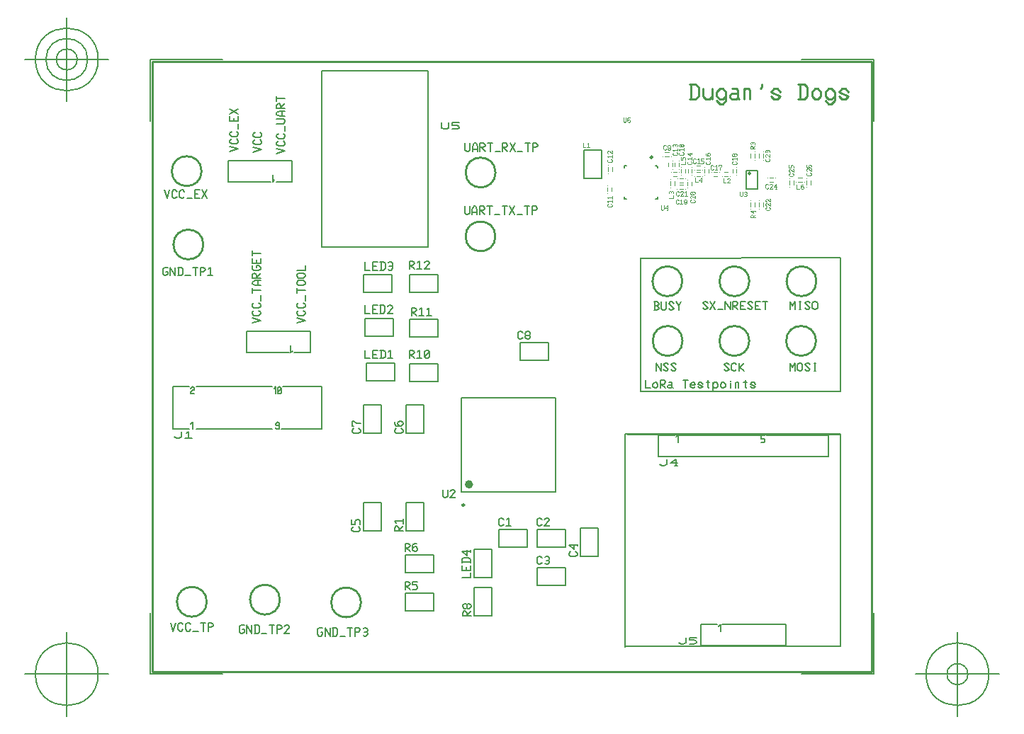
<source format=gbr>
G04 Generated by Ultiboard 14.0 *
%FSLAX24Y24*%
%MOIN*%

%ADD10C,0.0001*%
%ADD11C,0.0061*%
%ADD12C,0.0100*%
%ADD13C,0.0050*%
%ADD14C,0.0080*%
%ADD15C,0.0079*%
%ADD16C,0.0197*%
%ADD17C,0.0098*%
%ADD18C,0.0001*%
%ADD19C,0.0010*%
%ADD20C,0.0111*%
%ADD21C,0.0033*%


G04 ColorRGB FFFF00 for the following layer *
%LNSilkscreen Top*%
%LPD*%
G54D10*
G54D11*
X29688Y28823D02*
X30082Y28940D01*
X29688Y29058D01*
X30003Y29411D02*
X30082Y29332D01*
X30082Y29254D01*
X30003Y29175D01*
X29767Y29175D01*
X29688Y29254D01*
X29688Y29332D01*
X29767Y29411D01*
X30003Y29763D02*
X30082Y29685D01*
X30082Y29607D01*
X30003Y29528D01*
X29767Y29528D01*
X29688Y29607D01*
X29688Y29685D01*
X29767Y29763D01*
X30082Y29881D02*
X30082Y30116D01*
X30082Y30469D02*
X30082Y30234D01*
X29885Y30234D01*
X29688Y30234D01*
X29688Y30469D01*
X29885Y30234D02*
X29885Y30390D01*
X29688Y30586D02*
X30082Y30822D01*
X30082Y30586D02*
X29688Y30822D01*
X30788Y28781D02*
X31182Y28899D01*
X30788Y29016D01*
X31103Y29369D02*
X31182Y29290D01*
X31182Y29212D01*
X31103Y29134D01*
X30867Y29134D01*
X30788Y29212D01*
X30788Y29290D01*
X30867Y29369D01*
X31103Y29722D02*
X31182Y29643D01*
X31182Y29565D01*
X31103Y29486D01*
X30867Y29486D01*
X30788Y29565D01*
X30788Y29643D01*
X30867Y29722D01*
X31888Y28717D02*
X32282Y28835D01*
X31888Y28952D01*
X32203Y29305D02*
X32282Y29227D01*
X32282Y29148D01*
X32203Y29070D01*
X31967Y29070D01*
X31888Y29148D01*
X31888Y29227D01*
X31967Y29305D01*
X32203Y29658D02*
X32282Y29579D01*
X32282Y29501D01*
X32203Y29423D01*
X31967Y29423D01*
X31888Y29501D01*
X31888Y29579D01*
X31967Y29658D01*
X32282Y29775D02*
X32282Y30011D01*
X31888Y30128D02*
X32203Y30128D01*
X32282Y30207D01*
X32282Y30285D01*
X32203Y30363D01*
X31888Y30363D01*
X32282Y30481D02*
X32046Y30481D01*
X31888Y30559D01*
X31888Y30638D01*
X32046Y30716D01*
X32282Y30716D01*
X32164Y30481D02*
X32164Y30716D01*
X32282Y30834D02*
X31888Y30834D01*
X31888Y30990D01*
X31967Y31069D01*
X32006Y31069D01*
X32085Y30990D01*
X32085Y30834D01*
X32085Y30873D02*
X32282Y31069D01*
X32282Y31304D02*
X31888Y31304D01*
X31888Y31186D02*
X31888Y31422D01*
X26696Y23164D02*
X26774Y23164D01*
X26774Y23046D01*
X26696Y22967D01*
X26618Y22967D01*
X26539Y23046D01*
X26539Y23282D01*
X26618Y23361D01*
X26774Y23361D01*
X26892Y22967D02*
X26892Y23361D01*
X27127Y22967D01*
X27127Y23361D01*
X27245Y22967D02*
X27401Y22967D01*
X27480Y23046D01*
X27480Y23282D01*
X27401Y23361D01*
X27245Y23361D01*
X27284Y23361D02*
X27284Y22967D01*
X27597Y22967D02*
X27833Y22967D01*
X28068Y22967D02*
X28068Y23361D01*
X27950Y23361D02*
X28185Y23361D01*
X28303Y22967D02*
X28303Y23361D01*
X28460Y23361D01*
X28538Y23282D01*
X28538Y23243D01*
X28460Y23164D01*
X28303Y23164D01*
X28695Y23282D02*
X28773Y23361D01*
X28773Y22967D01*
X28656Y22967D02*
X28891Y22967D01*
X30739Y20739D02*
X31133Y20857D01*
X30739Y20974D01*
X31054Y21327D02*
X31133Y21249D01*
X31133Y21170D01*
X31054Y21092D01*
X30818Y21092D01*
X30739Y21170D01*
X30739Y21249D01*
X30818Y21327D01*
X31054Y21680D02*
X31133Y21601D01*
X31133Y21523D01*
X31054Y21445D01*
X30818Y21445D01*
X30739Y21523D01*
X30739Y21601D01*
X30818Y21680D01*
X31133Y21797D02*
X31133Y22033D01*
X31133Y22268D02*
X30739Y22268D01*
X30739Y22150D02*
X30739Y22385D01*
X31133Y22503D02*
X30897Y22503D01*
X30739Y22581D01*
X30739Y22660D01*
X30897Y22738D01*
X31133Y22738D01*
X31015Y22503D02*
X31015Y22738D01*
X31133Y22856D02*
X30739Y22856D01*
X30739Y23013D01*
X30818Y23091D01*
X30857Y23091D01*
X30936Y23013D01*
X30936Y22856D01*
X30936Y22895D02*
X31133Y23091D01*
X30936Y23365D02*
X30936Y23444D01*
X31054Y23444D01*
X31133Y23365D01*
X31133Y23287D01*
X31054Y23208D01*
X30818Y23208D01*
X30739Y23287D01*
X30739Y23444D01*
X31133Y23796D02*
X31133Y23561D01*
X30936Y23561D01*
X30739Y23561D01*
X30739Y23796D01*
X30936Y23561D02*
X30936Y23718D01*
X31133Y24032D02*
X30739Y24032D01*
X30739Y23914D02*
X30739Y24149D01*
X32839Y20739D02*
X33233Y20857D01*
X32839Y20974D01*
X33154Y21327D02*
X33233Y21249D01*
X33233Y21170D01*
X33154Y21092D01*
X32918Y21092D01*
X32839Y21170D01*
X32839Y21249D01*
X32918Y21327D01*
X33154Y21680D02*
X33233Y21601D01*
X33233Y21523D01*
X33154Y21445D01*
X32918Y21445D01*
X32839Y21523D01*
X32839Y21601D01*
X32918Y21680D01*
X33233Y21797D02*
X33233Y22033D01*
X33233Y22268D02*
X32839Y22268D01*
X32839Y22150D02*
X32839Y22385D01*
X33154Y22503D02*
X33233Y22581D01*
X33233Y22660D01*
X33154Y22738D01*
X32918Y22738D01*
X32839Y22660D01*
X32839Y22581D01*
X32918Y22503D01*
X33154Y22503D01*
X33154Y22856D02*
X33233Y22934D01*
X33233Y23013D01*
X33154Y23091D01*
X32918Y23091D01*
X32839Y23013D01*
X32839Y22934D01*
X32918Y22856D01*
X33154Y22856D01*
X32839Y23208D02*
X33233Y23208D01*
X33233Y23444D01*
X26905Y6616D02*
X27023Y6222D01*
X27140Y6616D01*
X27493Y6301D02*
X27415Y6222D01*
X27336Y6222D01*
X27258Y6301D01*
X27258Y6537D01*
X27336Y6616D01*
X27415Y6616D01*
X27493Y6537D01*
X27846Y6301D02*
X27768Y6222D01*
X27689Y6222D01*
X27611Y6301D01*
X27611Y6537D01*
X27689Y6616D01*
X27768Y6616D01*
X27846Y6537D01*
X27964Y6222D02*
X28199Y6222D01*
X28434Y6222D02*
X28434Y6616D01*
X28316Y6616D02*
X28551Y6616D01*
X28669Y6222D02*
X28669Y6616D01*
X28826Y6616D01*
X28904Y6537D01*
X28904Y6497D01*
X28826Y6419D01*
X28669Y6419D01*
X30294Y6316D02*
X30373Y6316D01*
X30373Y6198D01*
X30294Y6119D01*
X30216Y6119D01*
X30138Y6198D01*
X30138Y6434D01*
X30216Y6513D01*
X30373Y6513D01*
X30490Y6119D02*
X30490Y6513D01*
X30725Y6119D01*
X30725Y6513D01*
X30843Y6119D02*
X31000Y6119D01*
X31078Y6198D01*
X31078Y6434D01*
X31000Y6513D01*
X30843Y6513D01*
X30882Y6513D02*
X30882Y6119D01*
X31196Y6119D02*
X31431Y6119D01*
X31666Y6119D02*
X31666Y6513D01*
X31549Y6513D02*
X31784Y6513D01*
X31901Y6119D02*
X31901Y6513D01*
X32058Y6513D01*
X32136Y6434D01*
X32136Y6395D01*
X32058Y6316D01*
X31901Y6316D01*
X32254Y6434D02*
X32332Y6513D01*
X32411Y6513D01*
X32489Y6434D01*
X32489Y6395D01*
X32254Y6119D01*
X32489Y6119D01*
X32489Y6159D01*
X33974Y6195D02*
X34052Y6195D01*
X34052Y6076D01*
X33974Y5998D01*
X33895Y5998D01*
X33817Y6076D01*
X33817Y6313D01*
X33895Y6391D01*
X34052Y6391D01*
X34170Y5998D02*
X34170Y6391D01*
X34405Y5998D01*
X34405Y6391D01*
X34523Y5998D02*
X34679Y5998D01*
X34758Y6076D01*
X34758Y6313D01*
X34679Y6391D01*
X34523Y6391D01*
X34562Y6391D02*
X34562Y5998D01*
X34875Y5998D02*
X35110Y5998D01*
X35346Y5998D02*
X35346Y6391D01*
X35228Y6391D02*
X35463Y6391D01*
X35581Y5998D02*
X35581Y6391D01*
X35738Y6391D01*
X35816Y6313D01*
X35816Y6273D01*
X35738Y6195D01*
X35581Y6195D01*
X35973Y6352D02*
X36012Y6391D01*
X36090Y6391D01*
X36169Y6313D01*
X36169Y6234D01*
X36130Y6195D01*
X36169Y6155D01*
X36169Y6076D01*
X36090Y5998D01*
X36012Y5998D01*
X35973Y6037D01*
X36012Y6195D02*
X36130Y6195D01*
X49239Y18061D02*
X49239Y17667D01*
X49474Y17667D01*
X49592Y17746D02*
X49670Y17667D01*
X49749Y17667D01*
X49827Y17746D01*
X49827Y17864D01*
X49749Y17943D01*
X49670Y17943D01*
X49592Y17864D01*
X49592Y17746D01*
X49945Y17667D02*
X49945Y18061D01*
X50101Y18061D01*
X50180Y17982D01*
X50180Y17943D01*
X50101Y17864D01*
X49945Y17864D01*
X49984Y17864D02*
X50180Y17667D01*
X50337Y17943D02*
X50454Y17943D01*
X50493Y17903D01*
X50493Y17706D01*
X50454Y17667D01*
X50337Y17667D01*
X50297Y17706D01*
X50297Y17785D01*
X50337Y17824D01*
X50493Y17824D01*
X50493Y17706D02*
X50533Y17667D01*
X51121Y17667D02*
X51121Y18061D01*
X51003Y18061D02*
X51238Y18061D01*
X51591Y17746D02*
X51513Y17667D01*
X51434Y17667D01*
X51356Y17746D01*
X51356Y17864D01*
X51434Y17943D01*
X51513Y17943D01*
X51591Y17864D01*
X51552Y17824D01*
X51356Y17824D01*
X51708Y17746D02*
X51787Y17667D01*
X51865Y17667D01*
X51944Y17746D01*
X51708Y17864D01*
X51787Y17943D01*
X51865Y17943D01*
X51944Y17864D01*
X52257Y17706D02*
X52218Y17667D01*
X52179Y17706D01*
X52179Y18061D01*
X52100Y17943D02*
X52257Y17943D01*
X52414Y17746D02*
X52492Y17667D01*
X52571Y17667D01*
X52649Y17746D01*
X52649Y17864D01*
X52571Y17943D01*
X52492Y17943D01*
X52414Y17864D01*
X52414Y17549D02*
X52414Y17943D01*
X52767Y17746D02*
X52845Y17667D01*
X52924Y17667D01*
X53002Y17746D01*
X53002Y17864D01*
X52924Y17943D01*
X52845Y17943D01*
X52767Y17864D01*
X52767Y17746D01*
X53237Y17667D02*
X53237Y17903D01*
X53237Y17982D02*
X53237Y18021D01*
X53472Y17667D02*
X53472Y17903D01*
X53472Y17943D01*
X53472Y17903D02*
X53511Y17943D01*
X53590Y17943D01*
X53629Y17903D01*
X53629Y17667D01*
X54021Y17706D02*
X53982Y17667D01*
X53943Y17706D01*
X53943Y18061D01*
X53864Y17943D02*
X54021Y17943D01*
X54178Y17746D02*
X54256Y17667D01*
X54335Y17667D01*
X54413Y17746D01*
X54178Y17864D01*
X54256Y17943D01*
X54335Y17943D01*
X54413Y17864D01*
X49739Y18467D02*
X49739Y18861D01*
X49974Y18467D01*
X49974Y18861D01*
X50092Y18546D02*
X50170Y18467D01*
X50249Y18467D01*
X50327Y18546D01*
X50092Y18782D01*
X50170Y18861D01*
X50249Y18861D01*
X50327Y18782D01*
X50445Y18546D02*
X50523Y18467D01*
X50601Y18467D01*
X50680Y18546D01*
X50445Y18782D01*
X50523Y18861D01*
X50601Y18861D01*
X50680Y18782D01*
X52939Y18546D02*
X53018Y18467D01*
X53096Y18467D01*
X53174Y18546D01*
X52939Y18782D01*
X53018Y18861D01*
X53096Y18861D01*
X53174Y18782D01*
X53527Y18546D02*
X53449Y18467D01*
X53370Y18467D01*
X53292Y18546D01*
X53292Y18782D01*
X53370Y18861D01*
X53449Y18861D01*
X53527Y18782D01*
X53645Y18467D02*
X53645Y18861D01*
X53645Y18664D02*
X53684Y18664D01*
X53880Y18861D01*
X53684Y18664D02*
X53880Y18467D01*
X49634Y21343D02*
X49790Y21343D01*
X49869Y21421D01*
X49869Y21461D01*
X49790Y21539D01*
X49869Y21618D01*
X49869Y21657D01*
X49790Y21736D01*
X49673Y21736D01*
X49634Y21736D01*
X49673Y21539D02*
X49790Y21539D01*
X49673Y21736D02*
X49673Y21343D01*
X49986Y21736D02*
X49986Y21421D01*
X50065Y21343D01*
X50143Y21343D01*
X50222Y21421D01*
X50222Y21736D01*
X50339Y21421D02*
X50418Y21343D01*
X50496Y21343D01*
X50574Y21421D01*
X50339Y21657D01*
X50418Y21736D01*
X50496Y21736D01*
X50574Y21657D01*
X50692Y21736D02*
X50810Y21539D01*
X50927Y21736D01*
X50810Y21539D02*
X50810Y21343D01*
X51939Y21446D02*
X52018Y21367D01*
X52096Y21367D01*
X52174Y21446D01*
X51939Y21682D01*
X52018Y21761D01*
X52096Y21761D01*
X52174Y21682D01*
X52292Y21761D02*
X52527Y21367D01*
X52292Y21367D02*
X52527Y21761D01*
X52645Y21367D02*
X52880Y21367D01*
X52997Y21367D02*
X52997Y21761D01*
X53233Y21367D01*
X53233Y21761D01*
X53350Y21367D02*
X53350Y21761D01*
X53507Y21761D01*
X53585Y21682D01*
X53585Y21643D01*
X53507Y21564D01*
X53350Y21564D01*
X53389Y21564D02*
X53585Y21367D01*
X53938Y21367D02*
X53703Y21367D01*
X53703Y21564D01*
X53703Y21761D01*
X53938Y21761D01*
X53703Y21564D02*
X53860Y21564D01*
X54056Y21446D02*
X54134Y21367D01*
X54213Y21367D01*
X54291Y21446D01*
X54056Y21682D01*
X54134Y21761D01*
X54213Y21761D01*
X54291Y21682D01*
X54644Y21367D02*
X54408Y21367D01*
X54408Y21564D01*
X54408Y21761D01*
X54644Y21761D01*
X54408Y21564D02*
X54565Y21564D01*
X54879Y21367D02*
X54879Y21761D01*
X54761Y21761D02*
X54996Y21761D01*
X56039Y18467D02*
X56039Y18861D01*
X56157Y18664D01*
X56274Y18861D01*
X56274Y18467D01*
X56392Y18546D02*
X56470Y18467D01*
X56549Y18467D01*
X56627Y18546D01*
X56627Y18782D01*
X56549Y18861D01*
X56470Y18861D01*
X56392Y18782D01*
X56392Y18546D01*
X56745Y18546D02*
X56823Y18467D01*
X56901Y18467D01*
X56980Y18546D01*
X56745Y18782D01*
X56823Y18861D01*
X56901Y18861D01*
X56980Y18782D01*
X57176Y18467D02*
X57254Y18467D01*
X57176Y18861D02*
X57254Y18861D01*
X57215Y18467D02*
X57215Y18861D01*
X56039Y21367D02*
X56039Y21761D01*
X56157Y21564D01*
X56274Y21761D01*
X56274Y21367D01*
X56470Y21367D02*
X56549Y21367D01*
X56470Y21761D02*
X56549Y21761D01*
X56510Y21367D02*
X56510Y21761D01*
X56745Y21446D02*
X56823Y21367D01*
X56901Y21367D01*
X56980Y21446D01*
X56745Y21682D01*
X56823Y21761D01*
X56901Y21761D01*
X56980Y21682D01*
X57097Y21446D02*
X57176Y21367D01*
X57254Y21367D01*
X57333Y21446D01*
X57333Y21682D01*
X57254Y21761D01*
X57176Y21761D01*
X57097Y21682D01*
X57097Y21446D01*
X39707Y12893D02*
X39707Y12578D01*
X39785Y12500D01*
X39863Y12500D01*
X39942Y12578D01*
X39942Y12893D01*
X40059Y12815D02*
X40138Y12893D01*
X40216Y12893D01*
X40294Y12815D01*
X40294Y12775D01*
X40059Y12500D01*
X40294Y12500D01*
X40294Y12539D01*
X40739Y26241D02*
X40739Y25926D01*
X40818Y25847D01*
X40896Y25847D01*
X40974Y25926D01*
X40974Y26241D01*
X41092Y25847D02*
X41092Y26083D01*
X41170Y26241D01*
X41249Y26241D01*
X41327Y26083D01*
X41327Y25847D01*
X41092Y25965D02*
X41327Y25965D01*
X41445Y25847D02*
X41445Y26241D01*
X41601Y26241D01*
X41680Y26162D01*
X41680Y26123D01*
X41601Y26044D01*
X41445Y26044D01*
X41484Y26044D02*
X41680Y25847D01*
X41915Y25847D02*
X41915Y26241D01*
X41797Y26241D02*
X42033Y26241D01*
X42150Y25847D02*
X42385Y25847D01*
X42621Y25847D02*
X42621Y26241D01*
X42503Y26241D02*
X42738Y26241D01*
X42856Y26241D02*
X43091Y25847D01*
X42856Y25847D02*
X43091Y26241D01*
X43208Y25847D02*
X43444Y25847D01*
X43679Y25847D02*
X43679Y26241D01*
X43561Y26241D02*
X43796Y26241D01*
X43914Y25847D02*
X43914Y26241D01*
X44071Y26241D01*
X44149Y26162D01*
X44149Y26123D01*
X44071Y26044D01*
X43914Y26044D01*
X26622Y27002D02*
X26740Y26608D01*
X26857Y27002D01*
X27210Y26687D02*
X27131Y26608D01*
X27053Y26608D01*
X26975Y26687D01*
X26975Y26923D01*
X27053Y27002D01*
X27131Y27002D01*
X27210Y26923D01*
X27563Y26687D02*
X27484Y26608D01*
X27406Y26608D01*
X27327Y26687D01*
X27327Y26923D01*
X27406Y27002D01*
X27484Y27002D01*
X27563Y26923D01*
X27680Y26608D02*
X27915Y26608D01*
X28268Y26608D02*
X28033Y26608D01*
X28033Y26805D01*
X28033Y27002D01*
X28268Y27002D01*
X28033Y26805D02*
X28190Y26805D01*
X28386Y27002D02*
X28621Y26608D01*
X28386Y26608D02*
X28621Y27002D01*
X40759Y29201D02*
X40759Y28886D01*
X40838Y28807D01*
X40916Y28807D01*
X40994Y28886D01*
X40994Y29201D01*
X41112Y28807D02*
X41112Y29043D01*
X41190Y29201D01*
X41269Y29201D01*
X41347Y29043D01*
X41347Y28807D01*
X41112Y28925D02*
X41347Y28925D01*
X41465Y28807D02*
X41465Y29201D01*
X41621Y29201D01*
X41700Y29122D01*
X41700Y29083D01*
X41621Y29004D01*
X41465Y29004D01*
X41504Y29004D02*
X41700Y28807D01*
X41935Y28807D02*
X41935Y29201D01*
X41817Y29201D02*
X42053Y29201D01*
X42170Y28807D02*
X42405Y28807D01*
X42523Y28807D02*
X42523Y29201D01*
X42680Y29201D01*
X42758Y29122D01*
X42758Y29083D01*
X42680Y29004D01*
X42523Y29004D01*
X42562Y29004D02*
X42758Y28807D01*
X42876Y29201D02*
X43111Y28807D01*
X42876Y28807D02*
X43111Y29201D01*
X43228Y28807D02*
X43464Y28807D01*
X43699Y28807D02*
X43699Y29201D01*
X43581Y29201D02*
X43816Y29201D01*
X43934Y28807D02*
X43934Y29201D01*
X44091Y29201D01*
X44169Y29122D01*
X44169Y29083D01*
X44091Y29004D01*
X43934Y29004D01*
G54D12*
X27041Y24435D02*
G75*
D01*
G02X27041Y24435I701J0*
G01*
X27204Y7609D02*
G75*
D01*
G02X27204Y7609I701J0*
G01*
X30642Y7709D02*
G75*
D01*
G02X30642Y7709I701J0*
G01*
X34460Y7579D02*
G75*
D01*
G02X34460Y7579I700J0*
G01*
X52723Y19895D02*
G75*
D01*
G02X52723Y19895I701J0*
G01*
X55862Y19895D02*
G75*
D01*
G02X55862Y19895I701J0*
G01*
X49584Y19895D02*
G75*
D01*
G02X49584Y19895I701J0*
G01*
X49572Y22704D02*
G75*
D01*
G02X49572Y22704I701J0*
G01*
X55880Y22704D02*
G75*
D01*
G02X55880Y22704I701J0*
G01*
X40783Y24818D02*
G75*
D01*
G02X40783Y24818I700J0*
G01*
X26962Y27891D02*
G75*
D01*
G02X26962Y27891I700J0*
G01*
X40785Y27825D02*
G75*
D01*
G02X40785Y27825I701J0*
G01*
X52726Y22704D02*
G75*
D01*
G02X52726Y22704I701J0*
G01*
X26060Y4300D02*
X59880Y4300D01*
X59880Y33050D01*
X26060Y33050D01*
X26060Y4300D01*
G54D13*
X49000Y23000D02*
X49000Y17500D01*
X49000Y23800D02*
X49000Y22900D01*
X58350Y15475D02*
X58400Y15525D01*
X58420Y23800D02*
X49000Y23790D01*
X49000Y17500D02*
X58420Y17500D01*
X58400Y5500D02*
X58400Y9300D01*
X58400Y15500D02*
X58400Y9300D01*
X58425Y17500D02*
X58425Y23100D01*
X58425Y23000D02*
X58425Y23800D01*
X48425Y15475D02*
X58375Y15475D01*
X48300Y5500D02*
X58400Y5500D01*
X48280Y15520D02*
X48270Y5490D01*
X58375Y15500D02*
X48270Y15500D01*
X54077Y27778D02*
G75*
D01*
G02X54077Y27778I60J0*
G01*
X25960Y4200D02*
X25960Y7095D01*
X25960Y4200D02*
X29362Y4200D01*
X59980Y4200D02*
X56578Y4200D01*
X59980Y4200D02*
X59980Y7095D01*
X59980Y33150D02*
X59980Y30255D01*
X59980Y33150D02*
X56578Y33150D01*
X25960Y33150D02*
X29362Y33150D01*
X25960Y33150D02*
X25960Y30255D01*
X23991Y4200D02*
X20054Y4200D01*
X22023Y2231D02*
X22023Y6169D01*
X20547Y4200D02*
G75*
D01*
G02X20547Y4200I1476J0*
G01*
X61949Y4200D02*
X65886Y4200D01*
X63917Y2231D02*
X63917Y6169D01*
X62441Y4200D02*
G75*
D01*
G02X62441Y4200I1476J0*
G01*
X63425Y4200D02*
G75*
D01*
G02X63425Y4200I492J0*
G01*
X23991Y33150D02*
X20054Y33150D01*
X22023Y31181D02*
X22023Y35119D01*
X20547Y33150D02*
G75*
D01*
G02X20547Y33150I1476J0*
G01*
X21039Y33150D02*
G75*
D01*
G02X21039Y33150I984J0*
G01*
X21531Y33150D02*
G75*
D01*
G02X21531Y33150I492J0*
G01*
X25960Y4200D02*
X25960Y7095D01*
X25960Y4200D02*
X29362Y4200D01*
X59980Y4200D02*
X56578Y4200D01*
X59980Y4200D02*
X59980Y7095D01*
X59980Y33150D02*
X59980Y30255D01*
X59980Y33150D02*
X56578Y33150D01*
X25960Y33150D02*
X29362Y33150D01*
X25960Y33150D02*
X25960Y30255D01*
X23991Y4200D02*
X20054Y4200D01*
X22023Y2231D02*
X22023Y6169D01*
X20547Y4200D02*
G75*
D01*
G02X20547Y4200I1476J0*
G01*
X61949Y4200D02*
X65886Y4200D01*
X63917Y2231D02*
X63917Y6169D01*
X62441Y4200D02*
G75*
D01*
G02X62441Y4200I1476J0*
G01*
X63425Y4200D02*
G75*
D01*
G02X63425Y4200I492J0*
G01*
X23991Y33150D02*
X20054Y33150D01*
X22023Y31181D02*
X22023Y35119D01*
X20547Y33150D02*
G75*
D01*
G02X20547Y33150I1476J0*
G01*
X21039Y33150D02*
G75*
D01*
G02X21039Y33150I984J0*
G01*
X21531Y33150D02*
G75*
D01*
G02X21531Y33150I492J0*
G01*
G54D14*
X49909Y14077D02*
X50020Y14018D01*
X50131Y14018D01*
X50242Y14077D01*
X50242Y14315D01*
X50742Y14137D02*
X50409Y14137D01*
X50687Y14315D01*
X50687Y14018D01*
X50631Y14018D02*
X50742Y14018D01*
X57859Y14460D02*
X49859Y14460D01*
X57859Y15460D02*
X54942Y15460D01*
X50776Y15460D02*
X50776Y15127D01*
X50692Y15377D02*
X50776Y15460D01*
X49859Y15460D02*
X50609Y15460D01*
X49859Y14460D02*
X49859Y15460D01*
X50859Y15460D02*
X54609Y15460D01*
X54692Y15460D02*
X54859Y15460D01*
X54692Y15293D02*
X54776Y15293D01*
X54776Y15127D02*
X54783Y15127D01*
X54790Y15128D01*
X54797Y15130D01*
X54804Y15132D01*
X54811Y15134D01*
X54817Y15138D01*
X54824Y15142D01*
X54829Y15146D01*
X54835Y15151D01*
X54840Y15156D01*
X54844Y15162D01*
X54848Y15168D01*
X54851Y15175D01*
X54854Y15181D01*
X54856Y15188D01*
X54858Y15196D01*
X54859Y15203D01*
X54859Y15210D01*
X54859Y15217D01*
X54858Y15224D01*
X54856Y15232D01*
X54854Y15239D01*
X54851Y15245D01*
X54848Y15252D01*
X54844Y15258D01*
X54840Y15264D01*
X54835Y15269D01*
X54829Y15274D01*
X54824Y15278D01*
X54817Y15282D01*
X54811Y15286D01*
X54804Y15288D01*
X54797Y15290D01*
X54790Y15292D01*
X54783Y15293D01*
X54776Y15293D01*
X54692Y15127D02*
X54776Y15127D01*
X54692Y15293D02*
X54692Y15460D01*
X57859Y15460D02*
X57859Y14460D01*
X41033Y6939D02*
X40639Y6939D01*
X40639Y7096D01*
X40718Y7174D01*
X40757Y7174D01*
X40836Y7096D01*
X40836Y6939D01*
X40836Y6978D02*
X41033Y7174D01*
X41033Y7449D02*
X41033Y7370D01*
X40954Y7292D01*
X40876Y7292D01*
X40836Y7331D01*
X40797Y7292D01*
X40718Y7292D01*
X40639Y7370D01*
X40639Y7449D01*
X40718Y7527D01*
X40797Y7527D01*
X40836Y7488D01*
X40876Y7527D01*
X40954Y7527D01*
X41033Y7449D01*
X40836Y7331D02*
X40836Y7488D01*
X42017Y8267D02*
X42017Y6933D01*
X41183Y6933D02*
X41183Y8267D01*
X42017Y6933D02*
X41183Y6933D01*
X41183Y8267D02*
X42017Y8267D01*
X37939Y8167D02*
X37939Y8561D01*
X38096Y8561D01*
X38174Y8482D01*
X38174Y8443D01*
X38096Y8364D01*
X37939Y8364D01*
X37978Y8364D02*
X38174Y8167D01*
X38527Y8561D02*
X38292Y8561D01*
X38292Y8403D01*
X38449Y8403D01*
X38527Y8324D01*
X38527Y8246D01*
X38449Y8167D01*
X38292Y8167D01*
X37933Y8017D02*
X39267Y8017D01*
X39267Y7183D02*
X37933Y7183D01*
X39267Y8017D02*
X39267Y7183D01*
X37933Y7183D02*
X37933Y8017D01*
X44374Y9446D02*
X44296Y9367D01*
X44218Y9367D01*
X44139Y9446D01*
X44139Y9682D01*
X44218Y9761D01*
X44296Y9761D01*
X44374Y9682D01*
X44531Y9721D02*
X44570Y9761D01*
X44649Y9761D01*
X44727Y9682D01*
X44727Y9603D01*
X44688Y9564D01*
X44727Y9524D01*
X44727Y9446D01*
X44649Y9367D01*
X44570Y9367D01*
X44531Y9406D01*
X44570Y9564D02*
X44688Y9564D01*
X45467Y8383D02*
X44133Y8383D01*
X44133Y9217D02*
X45467Y9217D01*
X44133Y8383D02*
X44133Y9217D01*
X45467Y9217D02*
X45467Y8383D01*
X37939Y9967D02*
X37939Y10361D01*
X38096Y10361D01*
X38174Y10282D01*
X38174Y10243D01*
X38096Y10164D01*
X37939Y10164D01*
X37978Y10164D02*
X38174Y9967D01*
X38488Y10361D02*
X38370Y10361D01*
X38292Y10282D01*
X38292Y10124D01*
X38292Y10046D01*
X38370Y9967D01*
X38449Y9967D01*
X38527Y10046D01*
X38527Y10124D01*
X38449Y10203D01*
X38370Y10203D01*
X38292Y10124D01*
X37933Y9817D02*
X39267Y9817D01*
X39267Y8983D02*
X37933Y8983D01*
X39267Y9817D02*
X39267Y8983D01*
X37933Y8983D02*
X37933Y9817D01*
X42574Y11246D02*
X42496Y11167D01*
X42418Y11167D01*
X42339Y11246D01*
X42339Y11482D01*
X42418Y11561D01*
X42496Y11561D01*
X42574Y11482D01*
X42731Y11482D02*
X42809Y11561D01*
X42809Y11167D01*
X42692Y11167D02*
X42927Y11167D01*
X42333Y11017D02*
X43667Y11017D01*
X43667Y10183D02*
X42333Y10183D01*
X43667Y11017D02*
X43667Y10183D01*
X42333Y10183D02*
X42333Y11017D01*
X44374Y11246D02*
X44296Y11167D01*
X44218Y11167D01*
X44139Y11246D01*
X44139Y11482D01*
X44218Y11561D01*
X44296Y11561D01*
X44374Y11482D01*
X44492Y11482D02*
X44570Y11561D01*
X44649Y11561D01*
X44727Y11482D01*
X44727Y11443D01*
X44492Y11167D01*
X44727Y11167D01*
X44727Y11206D01*
X45467Y10183D02*
X44133Y10183D01*
X44133Y11017D02*
X45467Y11017D01*
X44133Y10183D02*
X44133Y11017D01*
X45467Y11017D02*
X45467Y10183D01*
X45954Y9974D02*
X46033Y9896D01*
X46033Y9818D01*
X45954Y9739D01*
X45718Y9739D01*
X45639Y9818D01*
X45639Y9896D01*
X45718Y9974D01*
X45876Y10327D02*
X45876Y10092D01*
X45639Y10288D01*
X46033Y10288D01*
X46033Y10249D02*
X46033Y10327D01*
X47017Y11067D02*
X47017Y9733D01*
X46183Y9733D02*
X46183Y11067D01*
X47017Y9733D02*
X46183Y9733D01*
X46183Y11067D02*
X47017Y11067D01*
X37833Y10939D02*
X37439Y10939D01*
X37439Y11096D01*
X37518Y11174D01*
X37557Y11174D01*
X37636Y11096D01*
X37636Y10939D01*
X37636Y10978D02*
X37833Y11174D01*
X37518Y11331D02*
X37439Y11409D01*
X37833Y11409D01*
X37833Y11292D02*
X37833Y11527D01*
X37983Y10933D02*
X37983Y12267D01*
X38817Y12267D02*
X38817Y10933D01*
X37983Y12267D02*
X38817Y12267D01*
X38817Y10933D02*
X37983Y10933D01*
X27081Y15366D02*
X27192Y15307D01*
X27303Y15307D01*
X27414Y15366D01*
X27414Y15605D01*
X27636Y15545D02*
X27747Y15605D01*
X27747Y15307D01*
X27581Y15307D02*
X27914Y15307D01*
X28109Y15734D02*
X31692Y15734D01*
X28109Y17734D02*
X31692Y17734D01*
X27775Y15734D02*
X27025Y15734D01*
X27025Y17734D02*
X27775Y17734D01*
X27025Y15734D02*
X27025Y17734D01*
X27942Y15734D02*
X27942Y16068D01*
X27859Y15984D01*
X27942Y17568D02*
X27949Y17568D01*
X27956Y17569D01*
X27963Y17570D01*
X27970Y17573D01*
X27977Y17575D01*
X27984Y17579D01*
X27990Y17583D01*
X27995Y17587D01*
X28001Y17592D01*
X28006Y17597D01*
X28010Y17603D01*
X28014Y17609D01*
X28017Y17616D01*
X28020Y17622D01*
X28022Y17629D01*
X28024Y17636D01*
X28025Y17644D01*
X28025Y17651D01*
X28025Y17658D01*
X28024Y17665D01*
X28022Y17673D01*
X28020Y17679D01*
X28017Y17686D01*
X28014Y17693D01*
X28010Y17699D01*
X28006Y17705D01*
X28001Y17710D01*
X27995Y17715D01*
X27990Y17719D01*
X27984Y17723D01*
X27977Y17726D01*
X27970Y17729D01*
X27963Y17731D01*
X27956Y17733D01*
X27949Y17734D01*
X27942Y17734D01*
X27935Y17734D01*
X27927Y17733D01*
X27920Y17731D01*
X27913Y17729D01*
X27907Y17726D01*
X27900Y17723D01*
X27894Y17719D01*
X27888Y17715D01*
X27883Y17710D01*
X27878Y17705D01*
X27874Y17699D01*
X27870Y17693D01*
X27866Y17686D01*
X27864Y17679D01*
X27861Y17673D01*
X27860Y17665D01*
X27859Y17658D01*
X27859Y17651D01*
X28025Y17401D02*
X27859Y17401D01*
X27942Y17568D02*
X27935Y17567D01*
X27927Y17566D01*
X27920Y17565D01*
X27913Y17563D01*
X27907Y17560D01*
X27900Y17556D01*
X27894Y17553D01*
X27888Y17548D01*
X27883Y17543D01*
X27878Y17538D01*
X27874Y17532D01*
X27870Y17526D01*
X27866Y17520D01*
X27864Y17513D01*
X27861Y17506D01*
X27860Y17499D01*
X27859Y17492D01*
X27859Y17484D01*
X27859Y17401D02*
X27859Y17484D01*
X31859Y17401D02*
X31859Y17734D01*
X31775Y17651D01*
X31859Y15818D02*
X31859Y15810D01*
X31860Y15803D01*
X31861Y15796D01*
X31864Y15789D01*
X31866Y15782D01*
X31870Y15776D01*
X31874Y15770D01*
X31878Y15764D01*
X31883Y15759D01*
X31888Y15754D01*
X31894Y15749D01*
X31900Y15745D01*
X31907Y15742D01*
X31913Y15739D01*
X31920Y15737D01*
X31927Y15736D01*
X31935Y15735D01*
X31942Y15734D01*
X31949Y15735D01*
X31956Y15736D01*
X31963Y15737D01*
X31970Y15739D01*
X31977Y15742D01*
X31984Y15745D01*
X31990Y15749D01*
X31995Y15754D01*
X32001Y15759D01*
X32006Y15764D01*
X32010Y15770D01*
X32014Y15776D01*
X32017Y15782D01*
X32020Y15789D01*
X32022Y15796D01*
X32024Y15803D01*
X32025Y15810D01*
X32025Y15818D01*
X32025Y15818D01*
X32025Y15984D02*
X32025Y15992D01*
X32024Y15999D01*
X32022Y16006D01*
X32020Y16013D01*
X32017Y16020D01*
X32014Y16026D01*
X32010Y16032D01*
X32006Y16038D01*
X32001Y16043D01*
X31995Y16048D01*
X31990Y16053D01*
X31984Y16056D01*
X31977Y16060D01*
X31970Y16063D01*
X31963Y16065D01*
X31956Y16066D01*
X31949Y16067D01*
X31942Y16068D01*
X31935Y16067D01*
X31927Y16066D01*
X31920Y16065D01*
X31913Y16063D01*
X31907Y16060D01*
X31900Y16056D01*
X31894Y16053D01*
X31888Y16048D01*
X31883Y16043D01*
X31878Y16038D01*
X31874Y16032D01*
X31870Y16026D01*
X31866Y16020D01*
X31864Y16013D01*
X31861Y16006D01*
X31860Y15999D01*
X31859Y15992D01*
X31859Y15984D01*
X31859Y15977D01*
X31860Y15970D01*
X31861Y15963D01*
X31864Y15956D01*
X31866Y15949D01*
X31870Y15943D01*
X31874Y15937D01*
X31878Y15931D01*
X31883Y15925D01*
X31888Y15920D01*
X31894Y15916D01*
X31900Y15912D01*
X31907Y15909D01*
X31913Y15906D01*
X31920Y15904D01*
X31927Y15902D01*
X31935Y15901D01*
X31942Y15901D01*
X31949Y15901D01*
X31956Y15902D01*
X31963Y15904D01*
X31970Y15906D01*
X31977Y15909D01*
X31984Y15912D01*
X31990Y15916D01*
X31995Y15920D01*
X32001Y15925D01*
X32006Y15931D01*
X32010Y15937D01*
X32014Y15943D01*
X32017Y15949D01*
X32020Y15956D01*
X32022Y15963D01*
X32024Y15970D01*
X32025Y15977D01*
X32025Y15984D01*
X34025Y15734D02*
X32109Y15734D01*
X34025Y17734D02*
X32192Y17734D01*
X32025Y15818D02*
X32025Y15984D01*
X32109Y17651D02*
X31942Y17484D01*
X32109Y17651D02*
X32109Y17484D01*
X32109Y17651D02*
X32108Y17658D01*
X32107Y17665D01*
X32106Y17673D01*
X32104Y17679D01*
X32101Y17686D01*
X32097Y17693D01*
X32094Y17699D01*
X32089Y17705D01*
X32084Y17710D01*
X32079Y17715D01*
X32073Y17719D01*
X32067Y17723D01*
X32060Y17726D01*
X32054Y17729D01*
X32047Y17731D01*
X32040Y17733D01*
X32033Y17734D01*
X32025Y17734D01*
X32018Y17734D01*
X32011Y17733D01*
X32004Y17731D01*
X31997Y17729D01*
X31990Y17726D01*
X31984Y17723D01*
X31977Y17719D01*
X31972Y17715D01*
X31966Y17710D01*
X31961Y17705D01*
X31957Y17699D01*
X31953Y17693D01*
X31950Y17686D01*
X31947Y17679D01*
X31945Y17673D01*
X31943Y17665D01*
X31942Y17658D01*
X31942Y17651D01*
X31942Y17484D02*
X31942Y17651D01*
X31942Y17484D02*
X31942Y17477D01*
X31943Y17470D01*
X31945Y17463D01*
X31947Y17456D01*
X31950Y17449D01*
X31953Y17443D01*
X31957Y17437D01*
X31961Y17431D01*
X31966Y17425D01*
X31972Y17420D01*
X31977Y17416D01*
X31984Y17412D01*
X31990Y17409D01*
X31997Y17406D01*
X32004Y17404D01*
X32011Y17402D01*
X32018Y17401D01*
X32025Y17401D01*
X32033Y17401D01*
X32040Y17402D01*
X32047Y17404D01*
X32054Y17406D01*
X32060Y17409D01*
X32067Y17412D01*
X32073Y17416D01*
X32079Y17420D01*
X32084Y17425D01*
X32089Y17431D01*
X32094Y17437D01*
X32097Y17443D01*
X32101Y17449D01*
X32104Y17456D01*
X32106Y17463D01*
X32107Y17470D01*
X32108Y17477D01*
X32109Y17484D01*
X34025Y17734D02*
X34025Y15734D01*
X35754Y15774D02*
X35833Y15696D01*
X35833Y15618D01*
X35754Y15539D01*
X35518Y15539D01*
X35439Y15618D01*
X35439Y15696D01*
X35518Y15774D01*
X35833Y16009D02*
X35636Y16009D01*
X35518Y16127D01*
X35439Y16127D01*
X35439Y15892D01*
X35518Y15892D01*
X36817Y16867D02*
X36817Y15533D01*
X35983Y15533D02*
X35983Y16867D01*
X36817Y15533D02*
X35983Y15533D01*
X35983Y16867D02*
X36817Y16867D01*
X37754Y15774D02*
X37833Y15696D01*
X37833Y15618D01*
X37754Y15539D01*
X37518Y15539D01*
X37439Y15618D01*
X37439Y15696D01*
X37518Y15774D01*
X37439Y16088D02*
X37439Y15970D01*
X37518Y15892D01*
X37676Y15892D01*
X37754Y15892D01*
X37833Y15970D01*
X37833Y16049D01*
X37754Y16127D01*
X37676Y16127D01*
X37597Y16049D01*
X37597Y15970D01*
X37676Y15892D01*
X38817Y16867D02*
X38817Y15533D01*
X37983Y15533D02*
X37983Y16867D01*
X38817Y15533D02*
X37983Y15533D01*
X37983Y16867D02*
X38817Y16867D01*
X38139Y19067D02*
X38139Y19461D01*
X38296Y19461D01*
X38374Y19382D01*
X38374Y19343D01*
X38296Y19264D01*
X38139Y19264D01*
X38178Y19264D02*
X38374Y19067D01*
X38531Y19382D02*
X38609Y19461D01*
X38609Y19067D01*
X38492Y19067D02*
X38727Y19067D01*
X38845Y19382D02*
X38923Y19461D01*
X39001Y19461D01*
X39080Y19382D01*
X39080Y19146D01*
X39001Y19067D01*
X38923Y19067D01*
X38845Y19146D01*
X38845Y19382D01*
X39080Y19382D02*
X38845Y19146D01*
X38133Y18817D02*
X39467Y18817D01*
X39467Y17983D02*
X38133Y17983D01*
X39467Y18817D02*
X39467Y17983D01*
X38133Y17983D02*
X38133Y18817D01*
X33468Y19338D02*
X33468Y20338D01*
X30468Y19338D02*
X30468Y20338D01*
X30468Y19338D02*
X32468Y19338D01*
X32718Y19338D02*
X33468Y19338D01*
X32551Y19338D02*
X32551Y19671D01*
X32635Y19421D02*
X32551Y19338D01*
X30468Y20338D02*
X33468Y20338D01*
X43474Y20046D02*
X43396Y19967D01*
X43318Y19967D01*
X43239Y20046D01*
X43239Y20282D01*
X43318Y20361D01*
X43396Y20361D01*
X43474Y20282D01*
X43749Y19967D02*
X43670Y19967D01*
X43592Y20046D01*
X43592Y20124D01*
X43631Y20164D01*
X43592Y20203D01*
X43592Y20282D01*
X43670Y20361D01*
X43749Y20361D01*
X43827Y20282D01*
X43827Y20203D01*
X43788Y20164D01*
X43827Y20124D01*
X43827Y20046D01*
X43749Y19967D01*
X43631Y20164D02*
X43788Y20164D01*
X44667Y18983D02*
X43333Y18983D01*
X43333Y19817D02*
X44667Y19817D01*
X43333Y18983D02*
X43333Y19817D01*
X44667Y19817D02*
X44667Y18983D01*
X38239Y21067D02*
X38239Y21461D01*
X38396Y21461D01*
X38474Y21382D01*
X38474Y21343D01*
X38396Y21264D01*
X38239Y21264D01*
X38278Y21264D02*
X38474Y21067D01*
X38631Y21382D02*
X38709Y21461D01*
X38709Y21067D01*
X38592Y21067D02*
X38827Y21067D01*
X38984Y21382D02*
X39062Y21461D01*
X39062Y21067D01*
X38945Y21067D02*
X39180Y21067D01*
X38133Y20917D02*
X39467Y20917D01*
X39467Y20083D02*
X38133Y20083D01*
X39467Y20917D02*
X39467Y20083D01*
X38133Y20083D02*
X38133Y20917D01*
X38139Y23267D02*
X38139Y23661D01*
X38296Y23661D01*
X38374Y23582D01*
X38374Y23543D01*
X38296Y23464D01*
X38139Y23464D01*
X38178Y23464D02*
X38374Y23267D01*
X38531Y23582D02*
X38609Y23661D01*
X38609Y23267D01*
X38492Y23267D02*
X38727Y23267D01*
X38845Y23582D02*
X38923Y23661D01*
X39001Y23661D01*
X39080Y23582D01*
X39080Y23543D01*
X38845Y23267D01*
X39080Y23267D01*
X39080Y23306D01*
X38133Y23017D02*
X39467Y23017D01*
X39467Y22183D02*
X38133Y22183D01*
X39467Y23017D02*
X39467Y22183D01*
X38133Y22183D02*
X38133Y23017D01*
X39656Y30170D02*
X39656Y29932D01*
X39767Y29873D01*
X39878Y29873D01*
X39989Y29932D01*
X39989Y30170D01*
X40489Y30170D02*
X40156Y30170D01*
X40156Y30051D01*
X40378Y30051D01*
X40489Y29992D01*
X40489Y29932D01*
X40378Y29873D01*
X40156Y29873D01*
X34000Y24332D02*
X39000Y24332D01*
X39000Y32600D02*
X39000Y24332D01*
X34000Y32600D02*
X39000Y32600D01*
X34000Y32600D02*
X34000Y24332D01*
X32616Y27394D02*
X32616Y28394D01*
X29616Y27394D02*
X29616Y28394D01*
X29616Y27394D02*
X31616Y27394D01*
X31866Y27394D02*
X32616Y27394D01*
X31699Y27394D02*
X31699Y27727D01*
X31782Y27477D02*
X31699Y27394D01*
X29616Y28394D02*
X32616Y28394D01*
X40609Y8739D02*
X41003Y8739D01*
X41003Y8974D01*
X41003Y9327D02*
X41003Y9092D01*
X40806Y9092D01*
X40609Y9092D01*
X40609Y9327D01*
X40806Y9092D02*
X40806Y9249D01*
X41003Y9445D02*
X41003Y9601D01*
X40924Y9680D01*
X40688Y9680D01*
X40609Y9601D01*
X40609Y9445D01*
X40609Y9484D02*
X41003Y9484D01*
X40846Y10033D02*
X40846Y9797D01*
X40609Y9993D01*
X41003Y9993D01*
X41003Y9954D02*
X41003Y10033D01*
X41183Y8753D02*
X41183Y10087D01*
X42017Y10087D02*
X42017Y8753D01*
X41183Y10087D02*
X42017Y10087D01*
X42017Y8753D02*
X41183Y8753D01*
X35744Y11134D02*
X35823Y11056D01*
X35823Y10978D01*
X35744Y10899D01*
X35508Y10899D01*
X35429Y10978D01*
X35429Y11056D01*
X35508Y11134D01*
X35429Y11487D02*
X35429Y11252D01*
X35587Y11252D01*
X35587Y11409D01*
X35666Y11487D01*
X35744Y11487D01*
X35823Y11409D01*
X35823Y11252D01*
X35983Y10933D02*
X35983Y12267D01*
X36817Y12267D02*
X36817Y10933D01*
X35983Y12267D02*
X36817Y12267D01*
X36817Y10933D02*
X35983Y10933D01*
X36059Y19461D02*
X36059Y19067D01*
X36294Y19067D01*
X36647Y19067D02*
X36412Y19067D01*
X36412Y19264D01*
X36412Y19461D01*
X36647Y19461D01*
X36412Y19264D02*
X36569Y19264D01*
X36765Y19067D02*
X36921Y19067D01*
X37000Y19146D01*
X37000Y19382D01*
X36921Y19461D01*
X36765Y19461D01*
X36804Y19461D02*
X36804Y19067D01*
X37157Y19382D02*
X37235Y19461D01*
X37235Y19067D01*
X37117Y19067D02*
X37353Y19067D01*
X36103Y18837D02*
X37437Y18837D01*
X37437Y18003D02*
X36103Y18003D01*
X37437Y18837D02*
X37437Y18003D01*
X36103Y18003D02*
X36103Y18837D01*
X36049Y21581D02*
X36049Y21187D01*
X36284Y21187D01*
X36637Y21187D02*
X36402Y21187D01*
X36402Y21384D01*
X36402Y21581D01*
X36637Y21581D01*
X36402Y21384D02*
X36559Y21384D01*
X36755Y21187D02*
X36911Y21187D01*
X36990Y21266D01*
X36990Y21502D01*
X36911Y21581D01*
X36755Y21581D01*
X36794Y21581D02*
X36794Y21187D01*
X37107Y21502D02*
X37186Y21581D01*
X37264Y21581D01*
X37343Y21502D01*
X37343Y21463D01*
X37107Y21187D01*
X37343Y21187D01*
X37343Y21226D01*
X36063Y20957D02*
X37397Y20957D01*
X37397Y20123D02*
X36063Y20123D01*
X37397Y20957D02*
X37397Y20123D01*
X36063Y20123D02*
X36063Y20957D01*
X36059Y23621D02*
X36059Y23227D01*
X36294Y23227D01*
X36647Y23227D02*
X36412Y23227D01*
X36412Y23424D01*
X36412Y23621D01*
X36647Y23621D01*
X36412Y23424D02*
X36569Y23424D01*
X36765Y23227D02*
X36921Y23227D01*
X37000Y23306D01*
X37000Y23542D01*
X36921Y23621D01*
X36765Y23621D01*
X36804Y23621D02*
X36804Y23227D01*
X37157Y23581D02*
X37196Y23621D01*
X37274Y23621D01*
X37353Y23542D01*
X37353Y23463D01*
X37313Y23424D01*
X37353Y23384D01*
X37353Y23306D01*
X37274Y23227D01*
X37196Y23227D01*
X37157Y23266D01*
X37196Y23424D02*
X37313Y23424D01*
X35993Y23017D02*
X37327Y23017D01*
X37327Y22183D02*
X35993Y22183D01*
X37327Y23017D02*
X37327Y22183D01*
X35993Y22183D02*
X35993Y23017D01*
X50808Y5689D02*
X50919Y5629D01*
X51030Y5629D01*
X51142Y5689D01*
X51142Y5927D01*
X51642Y5927D02*
X51308Y5927D01*
X51308Y5808D01*
X51530Y5808D01*
X51642Y5748D01*
X51642Y5689D01*
X51530Y5629D01*
X51308Y5629D01*
X55853Y5540D02*
X51853Y5540D01*
X55853Y6540D02*
X52853Y6540D01*
X51853Y6540D02*
X51853Y5540D01*
X52603Y6540D02*
X51853Y6540D01*
X52769Y6540D02*
X52769Y6207D01*
X52686Y6457D02*
X52769Y6540D01*
X55853Y6540D02*
X55853Y5540D01*
X53989Y27923D02*
X53989Y27057D01*
X54521Y27057D02*
X54521Y27923D01*
X54521Y27923D02*
X53989Y27923D01*
X53989Y27057D02*
X54521Y27057D01*
X46343Y27560D02*
X46343Y28893D01*
X47177Y28893D02*
X47177Y27560D01*
X46343Y28893D02*
X47177Y28893D01*
X47177Y27560D02*
X46343Y27560D01*
G54D15*
X40585Y12785D02*
X40585Y17215D01*
X45015Y17215D02*
X45015Y12785D01*
X40585Y12785D01*
X40585Y17215D02*
X45015Y17215D01*
X48343Y28148D02*
X48244Y28148D01*
X48244Y28050D01*
X49721Y28148D02*
X49740Y28148D01*
X49819Y28070D01*
X49819Y28050D01*
X48343Y26574D02*
X48244Y26574D01*
X48244Y26672D01*
X49721Y26574D02*
X49819Y26574D01*
X49819Y26672D01*
G54D16*
X40841Y13140D02*
G75*
D01*
G02X40841Y13140I99J0*
G01*
G54D17*
X40625Y12165D02*
G75*
D01*
G02X40625Y12165I49J0*
G01*
X49474Y28542D02*
G75*
D01*
G02X49474Y28542I50J0*
G01*
G54D18*
X50827Y27849D02*
X50827Y27849D01*
X50433Y27849D02*
X50433Y27849D01*
X51130Y27549D02*
X51130Y27549D01*
X50736Y27549D02*
X50736Y27549D01*
X50726Y27051D02*
X50726Y27051D01*
X51120Y27051D02*
X51120Y27051D01*
X51223Y27497D02*
X51223Y27497D01*
X51223Y27103D02*
X51223Y27103D01*
X50423Y27507D02*
X50423Y27507D01*
X50423Y27113D02*
X50423Y27113D01*
X50053Y28581D02*
X50053Y28581D01*
X50447Y28581D02*
X50447Y28581D01*
X50509Y27993D02*
X50509Y27993D01*
X50509Y28387D02*
X50509Y28387D01*
X50809Y27993D02*
X50809Y27993D01*
X50809Y28387D02*
X50809Y28387D01*
X50931Y28097D02*
X50931Y28097D01*
X50931Y27703D02*
X50931Y27703D01*
X51429Y27703D02*
X51429Y27703D01*
X51429Y28097D02*
X51429Y28097D01*
X51533Y27651D02*
X51533Y27651D01*
X51927Y27651D02*
X51927Y27651D01*
X51533Y27951D02*
X51533Y27951D01*
X51927Y27951D02*
X51927Y27951D01*
X52031Y28097D02*
X52031Y28097D01*
X52031Y27703D02*
X52031Y27703D01*
X52727Y27849D02*
X52727Y27849D01*
X52333Y27849D02*
X52333Y27849D01*
X52833Y27651D02*
X52833Y27651D01*
X53227Y27651D02*
X53227Y27651D01*
X53529Y27703D02*
X53529Y27703D01*
X53529Y28097D02*
X53529Y28097D01*
X56027Y27539D02*
X56027Y27539D01*
X56027Y27146D02*
X56027Y27146D01*
X54781Y28423D02*
X54781Y28423D01*
X54781Y28817D02*
X54781Y28817D01*
X54381Y28423D02*
X54381Y28423D01*
X54381Y28817D02*
X54381Y28817D01*
X56822Y27546D02*
X56822Y27546D01*
X56822Y27152D02*
X56822Y27152D01*
X54588Y26517D02*
X54588Y26517D01*
X54588Y26123D02*
X54588Y26123D01*
X54191Y26517D02*
X54191Y26517D01*
X54191Y26123D02*
X54191Y26123D01*
X55363Y27593D02*
X55363Y27593D01*
X54969Y27593D02*
X54969Y27593D01*
X56324Y27387D02*
X56324Y27387D01*
X56718Y27387D02*
X56718Y27387D01*
X47481Y28187D02*
X47481Y28187D01*
X47481Y27793D02*
X47481Y27793D01*
X47461Y27227D02*
X47461Y27227D01*
X47461Y26833D02*
X47461Y26833D01*
G54D19*
X50721Y27849D02*
X50537Y27849D01*
X50721Y27652D02*
X50537Y27652D01*
X51024Y27549D02*
X50840Y27549D01*
X51024Y27352D02*
X50840Y27352D01*
X50832Y27051D02*
X51016Y27051D01*
X50832Y27248D02*
X51016Y27248D01*
X51222Y27391D02*
X51222Y27207D01*
X51420Y27391D02*
X51420Y27207D01*
X50422Y27401D02*
X50422Y27217D01*
X50620Y27401D02*
X50620Y27217D01*
X50159Y28581D02*
X50343Y28581D01*
X50159Y28778D02*
X50343Y28778D01*
X50509Y28099D02*
X50509Y28283D01*
X50312Y28099D02*
X50312Y28283D01*
X50809Y28099D02*
X50809Y28283D01*
X50612Y28099D02*
X50612Y28283D01*
X50931Y27991D02*
X50931Y27807D01*
X51128Y27991D02*
X51128Y27807D01*
X51429Y27809D02*
X51429Y27993D01*
X51232Y27809D02*
X51232Y27993D01*
X51639Y27651D02*
X51823Y27651D01*
X51639Y27848D02*
X51823Y27848D01*
X51639Y27951D02*
X51823Y27951D01*
X51639Y28148D02*
X51823Y28148D01*
X52031Y27991D02*
X52031Y27807D01*
X52228Y27991D02*
X52228Y27807D01*
X52621Y27849D02*
X52437Y27849D01*
X52621Y27652D02*
X52437Y27652D01*
X52939Y27651D02*
X53123Y27651D01*
X52939Y27848D02*
X53123Y27848D01*
X53529Y27809D02*
X53529Y27993D01*
X53332Y27809D02*
X53332Y27993D01*
X56026Y27433D02*
X56026Y27249D01*
X56224Y27433D02*
X56224Y27249D01*
X54781Y28530D02*
X54781Y28713D01*
X54584Y28530D02*
X54584Y28713D01*
X54381Y28530D02*
X54381Y28713D01*
X54184Y28530D02*
X54184Y28713D01*
X56822Y27440D02*
X56822Y27256D01*
X57019Y27440D02*
X57019Y27256D01*
X54588Y26411D02*
X54588Y26227D01*
X54785Y26411D02*
X54785Y26227D01*
X54191Y26411D02*
X54191Y26227D01*
X54388Y26411D02*
X54388Y26227D01*
X55257Y27594D02*
X55073Y27594D01*
X55257Y27396D02*
X55073Y27396D01*
X56430Y27387D02*
X56614Y27387D01*
X56430Y27584D02*
X56614Y27584D01*
X47481Y28081D02*
X47481Y27897D01*
X47678Y28081D02*
X47678Y27897D01*
X47461Y27121D02*
X47461Y26937D01*
X47658Y27121D02*
X47658Y26937D01*
G54D20*
X51311Y31274D02*
X51596Y31274D01*
X51738Y31417D01*
X51738Y31846D01*
X51596Y31989D01*
X51311Y31989D01*
X51382Y31989D02*
X51382Y31274D01*
X51951Y31774D02*
X51951Y31417D01*
X52093Y31274D01*
X52236Y31274D01*
X52378Y31417D01*
X52378Y31774D01*
X52378Y31417D02*
X52378Y31274D01*
X52591Y31203D02*
X52733Y31060D01*
X52876Y31060D01*
X53018Y31203D01*
X53018Y31417D01*
X53018Y31631D01*
X52876Y31774D01*
X52733Y31774D01*
X52591Y31631D01*
X52591Y31417D01*
X52733Y31274D01*
X52876Y31274D01*
X53018Y31417D01*
X53302Y31774D02*
X53516Y31774D01*
X53587Y31703D01*
X53587Y31346D01*
X53516Y31274D01*
X53302Y31274D01*
X53231Y31346D01*
X53231Y31489D01*
X53302Y31560D01*
X53587Y31560D01*
X53587Y31346D02*
X53658Y31274D01*
X53871Y31274D02*
X53871Y31703D01*
X53871Y31774D01*
X53871Y31703D02*
X53942Y31774D01*
X54084Y31774D01*
X54156Y31703D01*
X54156Y31274D01*
X54653Y31774D02*
X54724Y31846D01*
X54724Y31989D01*
X55151Y31417D02*
X55293Y31274D01*
X55436Y31274D01*
X55578Y31417D01*
X55151Y31631D01*
X55293Y31774D01*
X55436Y31774D01*
X55578Y31631D01*
X56431Y31274D02*
X56716Y31274D01*
X56858Y31417D01*
X56858Y31846D01*
X56716Y31989D01*
X56431Y31989D01*
X56502Y31989D02*
X56502Y31274D01*
X57071Y31417D02*
X57213Y31274D01*
X57356Y31274D01*
X57498Y31417D01*
X57498Y31631D01*
X57356Y31774D01*
X57213Y31774D01*
X57071Y31631D01*
X57071Y31417D01*
X57711Y31203D02*
X57853Y31060D01*
X57996Y31060D01*
X58138Y31203D01*
X58138Y31417D01*
X58138Y31631D01*
X57996Y31774D01*
X57853Y31774D01*
X57711Y31631D01*
X57711Y31417D01*
X57853Y31274D01*
X57996Y31274D01*
X58138Y31417D01*
X58351Y31417D02*
X58493Y31274D01*
X58636Y31274D01*
X58778Y31417D01*
X58351Y31631D01*
X58493Y31774D01*
X58636Y31774D01*
X58778Y31631D01*
G54D21*
X49971Y26279D02*
X49971Y26107D01*
X50014Y26064D01*
X50057Y26064D01*
X50099Y26107D01*
X50099Y26279D01*
X50291Y26150D02*
X50163Y26150D01*
X50270Y26279D01*
X50270Y26064D01*
X50249Y26064D02*
X50291Y26064D01*
X50819Y26767D02*
X50777Y26724D01*
X50734Y26724D01*
X50691Y26767D01*
X50691Y26896D01*
X50734Y26939D01*
X50777Y26939D01*
X50819Y26896D01*
X50883Y26896D02*
X50926Y26939D01*
X50969Y26939D01*
X51011Y26896D01*
X51011Y26874D01*
X50883Y26724D01*
X51011Y26724D01*
X51011Y26746D01*
X51097Y26896D02*
X51139Y26939D01*
X51139Y26724D01*
X51075Y26724D02*
X51203Y26724D01*
X50799Y26387D02*
X50757Y26344D01*
X50714Y26344D01*
X50671Y26387D01*
X50671Y26516D01*
X50714Y26559D01*
X50757Y26559D01*
X50799Y26516D01*
X50885Y26516D02*
X50927Y26559D01*
X50927Y26344D01*
X50863Y26344D02*
X50991Y26344D01*
X51055Y26387D02*
X51098Y26344D01*
X51141Y26344D01*
X51183Y26387D01*
X51183Y26473D01*
X51183Y26516D01*
X51141Y26559D01*
X51098Y26559D01*
X51055Y26516D01*
X51055Y26473D01*
X51098Y26430D01*
X51141Y26430D01*
X51183Y26473D01*
X51523Y26539D02*
X51566Y26497D01*
X51566Y26454D01*
X51523Y26411D01*
X51394Y26411D01*
X51351Y26454D01*
X51351Y26497D01*
X51394Y26539D01*
X51394Y26603D02*
X51351Y26646D01*
X51351Y26689D01*
X51394Y26731D01*
X51416Y26731D01*
X51566Y26603D01*
X51566Y26731D01*
X51544Y26731D01*
X51394Y26795D02*
X51351Y26838D01*
X51351Y26881D01*
X51394Y26923D01*
X51523Y26923D01*
X51566Y26881D01*
X51566Y26838D01*
X51523Y26795D01*
X51394Y26795D01*
X51394Y26923D02*
X51523Y26795D01*
X50341Y26631D02*
X50556Y26631D01*
X50556Y26759D01*
X50363Y26845D02*
X50341Y26866D01*
X50341Y26909D01*
X50384Y26951D01*
X50427Y26951D01*
X50449Y26930D01*
X50470Y26951D01*
X50513Y26951D01*
X50556Y26909D01*
X50556Y26866D01*
X50534Y26845D01*
X50449Y26866D02*
X50449Y26930D01*
X50219Y28937D02*
X50177Y28894D01*
X50134Y28894D01*
X50091Y28937D01*
X50091Y29066D01*
X50134Y29109D01*
X50177Y29109D01*
X50219Y29066D01*
X50283Y28937D02*
X50326Y28894D01*
X50369Y28894D01*
X50411Y28937D01*
X50411Y29023D01*
X50411Y29066D01*
X50369Y29109D01*
X50326Y29109D01*
X50283Y29066D01*
X50283Y29023D01*
X50326Y28980D01*
X50369Y28980D01*
X50411Y29023D01*
X50703Y28769D02*
X50746Y28727D01*
X50746Y28684D01*
X50703Y28641D01*
X50574Y28641D01*
X50531Y28684D01*
X50531Y28727D01*
X50574Y28769D01*
X50574Y28855D02*
X50531Y28897D01*
X50746Y28897D01*
X50746Y28833D02*
X50746Y28961D01*
X50553Y29047D02*
X50531Y29068D01*
X50531Y29111D01*
X50574Y29153D01*
X50617Y29153D01*
X50639Y29132D01*
X50660Y29153D01*
X50703Y29153D01*
X50746Y29111D01*
X50746Y29068D01*
X50724Y29047D01*
X50639Y29068D02*
X50639Y29132D01*
X50993Y28779D02*
X51036Y28737D01*
X51036Y28694D01*
X50993Y28651D01*
X50864Y28651D01*
X50821Y28694D01*
X50821Y28737D01*
X50864Y28779D01*
X50864Y28865D02*
X50821Y28907D01*
X51036Y28907D01*
X51036Y28843D02*
X51036Y28971D01*
X50864Y29035D02*
X50821Y29078D01*
X50821Y29121D01*
X50864Y29163D01*
X50993Y29163D01*
X51036Y29121D01*
X51036Y29078D01*
X50993Y29035D01*
X50864Y29035D01*
X50864Y29163D02*
X50993Y29035D01*
X50911Y28231D02*
X51126Y28231D01*
X51126Y28359D01*
X50911Y28551D02*
X50911Y28423D01*
X50997Y28423D01*
X50997Y28509D01*
X51040Y28551D01*
X51083Y28551D01*
X51126Y28509D01*
X51126Y28423D01*
X51383Y28349D02*
X51426Y28307D01*
X51426Y28264D01*
X51383Y28221D01*
X51254Y28221D01*
X51211Y28264D01*
X51211Y28307D01*
X51254Y28349D01*
X51254Y28435D02*
X51211Y28477D01*
X51426Y28477D01*
X51426Y28413D02*
X51426Y28541D01*
X51340Y28733D02*
X51340Y28605D01*
X51211Y28712D01*
X51426Y28712D01*
X51426Y28691D02*
X51426Y28733D01*
X51571Y27589D02*
X51571Y27374D01*
X51699Y27374D01*
X51891Y27460D02*
X51763Y27460D01*
X51870Y27589D01*
X51870Y27374D01*
X51849Y27374D02*
X51891Y27374D01*
X51609Y28307D02*
X51567Y28264D01*
X51524Y28264D01*
X51481Y28307D01*
X51481Y28436D01*
X51524Y28479D01*
X51567Y28479D01*
X51609Y28436D01*
X51695Y28436D02*
X51737Y28479D01*
X51737Y28264D01*
X51673Y28264D02*
X51801Y28264D01*
X51993Y28479D02*
X51865Y28479D01*
X51865Y28393D01*
X51951Y28393D01*
X51993Y28350D01*
X51993Y28307D01*
X51951Y28264D01*
X51865Y28264D01*
X52243Y28359D02*
X52286Y28317D01*
X52286Y28274D01*
X52243Y28231D01*
X52114Y28231D01*
X52071Y28274D01*
X52071Y28317D01*
X52114Y28359D01*
X52114Y28445D02*
X52071Y28487D01*
X52286Y28487D01*
X52286Y28423D02*
X52286Y28551D01*
X52071Y28722D02*
X52071Y28658D01*
X52114Y28615D01*
X52200Y28615D01*
X52243Y28615D01*
X52286Y28658D01*
X52286Y28701D01*
X52243Y28743D01*
X52200Y28743D01*
X52157Y28701D01*
X52157Y28658D01*
X52200Y28615D01*
X52439Y27997D02*
X52397Y27954D01*
X52354Y27954D01*
X52311Y27997D01*
X52311Y28126D01*
X52354Y28169D01*
X52397Y28169D01*
X52439Y28126D01*
X52525Y28126D02*
X52567Y28169D01*
X52567Y27954D01*
X52503Y27954D02*
X52631Y27954D01*
X52759Y27954D02*
X52759Y28061D01*
X52823Y28126D01*
X52823Y28169D01*
X52695Y28169D01*
X52695Y28126D01*
X52901Y27549D02*
X52901Y27334D01*
X53029Y27334D01*
X53093Y27506D02*
X53136Y27549D01*
X53179Y27549D01*
X53221Y27506D01*
X53221Y27484D01*
X53093Y27334D01*
X53221Y27334D01*
X53221Y27356D01*
X53493Y28339D02*
X53536Y28297D01*
X53536Y28254D01*
X53493Y28211D01*
X53364Y28211D01*
X53321Y28254D01*
X53321Y28297D01*
X53364Y28339D01*
X53364Y28425D02*
X53321Y28467D01*
X53536Y28467D01*
X53536Y28403D02*
X53536Y28531D01*
X53536Y28681D02*
X53536Y28638D01*
X53493Y28595D01*
X53450Y28595D01*
X53429Y28617D01*
X53407Y28595D01*
X53364Y28595D01*
X53321Y28638D01*
X53321Y28681D01*
X53364Y28723D01*
X53407Y28723D01*
X53429Y28702D01*
X53450Y28723D01*
X53493Y28723D01*
X53536Y28681D01*
X53429Y28617D02*
X53429Y28702D01*
X56163Y27789D02*
X56206Y27747D01*
X56206Y27704D01*
X56163Y27661D01*
X56034Y27661D01*
X55991Y27704D01*
X55991Y27747D01*
X56034Y27789D01*
X56034Y27853D02*
X55991Y27896D01*
X55991Y27939D01*
X56034Y27981D01*
X56056Y27981D01*
X56206Y27853D01*
X56206Y27981D01*
X56184Y27981D01*
X55991Y28173D02*
X55991Y28045D01*
X56077Y28045D01*
X56077Y28131D01*
X56120Y28173D01*
X56163Y28173D01*
X56206Y28131D01*
X56206Y28045D01*
X55053Y28489D02*
X55096Y28447D01*
X55096Y28404D01*
X55053Y28361D01*
X54924Y28361D01*
X54881Y28404D01*
X54881Y28447D01*
X54924Y28489D01*
X54924Y28553D02*
X54881Y28596D01*
X54881Y28639D01*
X54924Y28681D01*
X54946Y28681D01*
X55096Y28553D01*
X55096Y28681D01*
X55074Y28681D01*
X54903Y28767D02*
X54881Y28788D01*
X54881Y28831D01*
X54924Y28873D01*
X54967Y28873D01*
X54989Y28852D01*
X55010Y28873D01*
X55053Y28873D01*
X55096Y28831D01*
X55096Y28788D01*
X55074Y28767D01*
X54989Y28788D02*
X54989Y28852D01*
X54396Y28941D02*
X54181Y28941D01*
X54181Y29027D01*
X54224Y29069D01*
X54246Y29069D01*
X54289Y29027D01*
X54289Y28941D01*
X54289Y28963D02*
X54396Y29069D01*
X54203Y29155D02*
X54181Y29176D01*
X54181Y29219D01*
X54224Y29261D01*
X54267Y29261D01*
X54289Y29240D01*
X54310Y29261D01*
X54353Y29261D01*
X54396Y29219D01*
X54396Y29176D01*
X54374Y29155D01*
X54289Y29176D02*
X54289Y29240D01*
X56993Y27809D02*
X57036Y27767D01*
X57036Y27724D01*
X56993Y27681D01*
X56864Y27681D01*
X56821Y27724D01*
X56821Y27767D01*
X56864Y27809D01*
X56864Y27873D02*
X56821Y27916D01*
X56821Y27959D01*
X56864Y28001D01*
X56886Y28001D01*
X57036Y27873D01*
X57036Y28001D01*
X57014Y28001D01*
X56821Y28172D02*
X56821Y28108D01*
X56864Y28065D01*
X56950Y28065D01*
X56993Y28065D01*
X57036Y28108D01*
X57036Y28151D01*
X56993Y28193D01*
X56950Y28193D01*
X56907Y28151D01*
X56907Y28108D01*
X56950Y28065D01*
X55063Y26189D02*
X55106Y26147D01*
X55106Y26104D01*
X55063Y26061D01*
X54934Y26061D01*
X54891Y26104D01*
X54891Y26147D01*
X54934Y26189D01*
X54934Y26253D02*
X54891Y26296D01*
X54891Y26339D01*
X54934Y26381D01*
X54956Y26381D01*
X55106Y26253D01*
X55106Y26381D01*
X55084Y26381D01*
X54934Y26445D02*
X54891Y26488D01*
X54891Y26531D01*
X54934Y26573D01*
X54956Y26573D01*
X55106Y26445D01*
X55106Y26573D01*
X55084Y26573D01*
X54406Y25711D02*
X54191Y25711D01*
X54191Y25797D01*
X54234Y25839D01*
X54256Y25839D01*
X54299Y25797D01*
X54299Y25711D01*
X54299Y25733D02*
X54406Y25839D01*
X54320Y26031D02*
X54320Y25903D01*
X54191Y26010D01*
X54406Y26010D01*
X54406Y25989D02*
X54406Y26031D01*
X55019Y27107D02*
X54977Y27064D01*
X54934Y27064D01*
X54891Y27107D01*
X54891Y27236D01*
X54934Y27279D01*
X54977Y27279D01*
X55019Y27236D01*
X55083Y27236D02*
X55126Y27279D01*
X55169Y27279D01*
X55211Y27236D01*
X55211Y27214D01*
X55083Y27064D01*
X55211Y27064D01*
X55211Y27086D01*
X55403Y27150D02*
X55275Y27150D01*
X55382Y27279D01*
X55382Y27064D01*
X55361Y27064D02*
X55403Y27064D01*
X53681Y26919D02*
X53681Y26747D01*
X53724Y26704D01*
X53767Y26704D01*
X53809Y26747D01*
X53809Y26919D01*
X53895Y26897D02*
X53916Y26919D01*
X53959Y26919D01*
X54001Y26876D01*
X54001Y26833D01*
X53980Y26811D01*
X54001Y26790D01*
X54001Y26747D01*
X53959Y26704D01*
X53916Y26704D01*
X53895Y26726D01*
X53916Y26811D02*
X53980Y26811D01*
X56361Y27259D02*
X56361Y27044D01*
X56489Y27044D01*
X56660Y27259D02*
X56596Y27259D01*
X56553Y27216D01*
X56553Y27130D01*
X56553Y27087D01*
X56596Y27044D01*
X56639Y27044D01*
X56681Y27087D01*
X56681Y27130D01*
X56639Y27173D01*
X56596Y27173D01*
X56553Y27130D01*
X47623Y28449D02*
X47666Y28407D01*
X47666Y28364D01*
X47623Y28321D01*
X47494Y28321D01*
X47451Y28364D01*
X47451Y28407D01*
X47494Y28449D01*
X47494Y28535D02*
X47451Y28577D01*
X47666Y28577D01*
X47666Y28513D02*
X47666Y28641D01*
X47494Y28705D02*
X47451Y28748D01*
X47451Y28791D01*
X47494Y28833D01*
X47516Y28833D01*
X47666Y28705D01*
X47666Y28833D01*
X47644Y28833D01*
X46301Y29215D02*
X46301Y29001D01*
X46429Y29001D01*
X46515Y29172D02*
X46557Y29215D01*
X46557Y29001D01*
X46493Y29001D02*
X46621Y29001D01*
X47623Y26339D02*
X47666Y26297D01*
X47666Y26254D01*
X47623Y26211D01*
X47494Y26211D01*
X47451Y26254D01*
X47451Y26297D01*
X47494Y26339D01*
X47494Y26425D02*
X47451Y26467D01*
X47666Y26467D01*
X47666Y26403D02*
X47666Y26531D01*
X47494Y26617D02*
X47451Y26659D01*
X47666Y26659D01*
X47666Y26595D02*
X47666Y26723D01*
X48201Y30409D02*
X48201Y30237D01*
X48244Y30194D01*
X48287Y30194D01*
X48329Y30237D01*
X48329Y30409D01*
X48500Y30409D02*
X48436Y30409D01*
X48393Y30366D01*
X48393Y30280D01*
X48393Y30237D01*
X48436Y30194D01*
X48479Y30194D01*
X48521Y30237D01*
X48521Y30280D01*
X48479Y30323D01*
X48436Y30323D01*
X48393Y30280D01*

M02*

</source>
